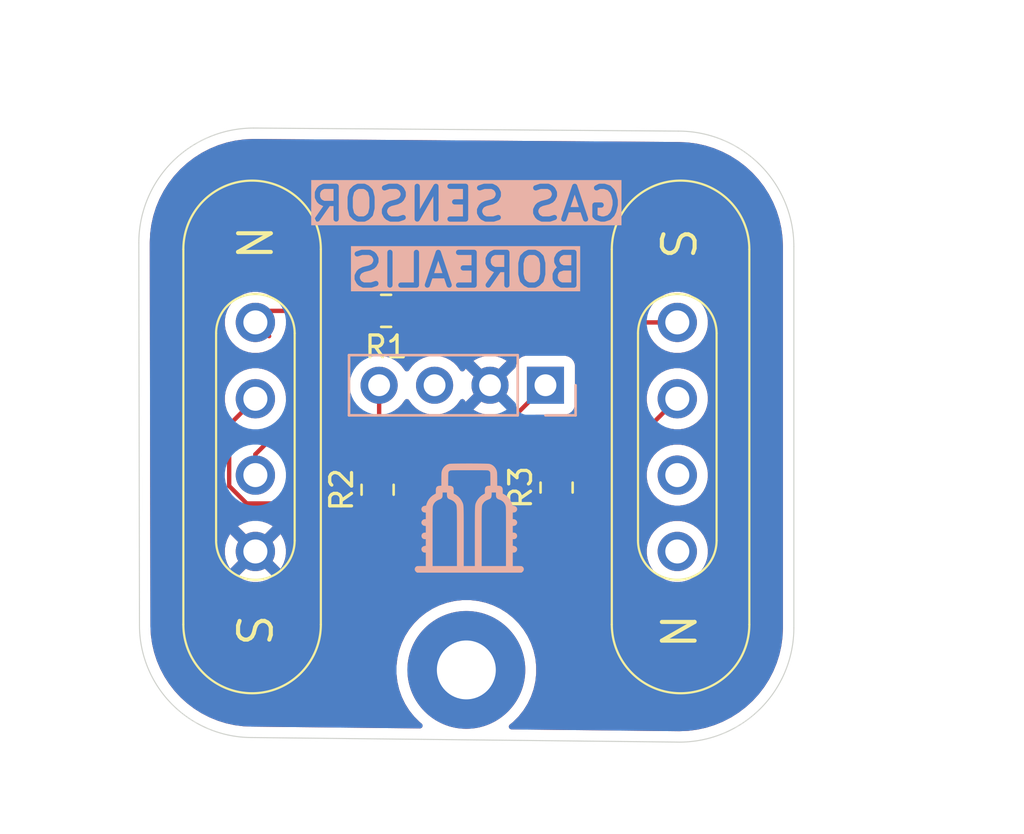
<source format=kicad_pcb>
(kicad_pcb (version 20241229) (generator "pcbnew") (generator_version "9.0")
  (layers (0 "F.Cu" signal) (2 "B.Cu" signal) (13 "F.Paste" user) (15 "B.Paste" user) (5 "F.SilkS" user "F.Silkscreen") (7 "B.SilkS" user "B.Silkscreen") (1 "F.Mask" user) (3 "B.Mask" user) (25 "Edge.Cuts" user))
  (net 0 "")
  (net 1 "/SDA")
  (net 2 "GND")
  (net 3 "+3.3V")
  (net 4 "/SCL")
  (net 5 "/ID")
  (net 6 "/ADC")
  (net 7 "+5V")
  (net 8 "Net-(J2-Pin_4)")
  (footprint "Resistor_SMD:R_0805_2012Metric" (layer "F.Cu") (at 126.41 72.97 90)
    (property "Reference" "R3" (at 0 -1.65 90) (layer "F.SilkS"))
    (property "Value" "R")
    (fp_line (start -0.227064 -0.735) (end 0.227064 -0.735) (stroke (width 0.12)) (layer "F.SilkS"))
    (fp_line (start -0.227064 0.735) (end 0.227064 0.735) (stroke (width 0.12)) (layer "F.SilkS"))
    (pad "1" smd roundrect (at -0.9125 0 90) (size 1.025 1.4) (layers "F.Cu" "F.Mask" "F.Paste") (roundrect_rratio 0.243902) (net 2 "GND"))
    (pad "2" smd roundrect (at 0.9125 0 90) (size 1.025 1.4) (layers "F.Cu" "F.Mask" "F.Paste") (roundrect_rratio 0.243902) (net 6 "/ADC"))
  )
  (footprint "batteryholder:MAGNETIC POGO CONN." (layer "F.Cu") (at 131.939998 70.649998 -90)
    (property "Reference" "U1" (hide yes))
    (property "Value" "MAGNETIC POGO CONN." (hide yes))
    (fp_line (start -8.6 3) (end 8.6 3) (stroke (width 0.1)) (layer "F.SilkS"))
    (fp_line (start -4.75 1.8) (end 4.75 1.8) (stroke (width 0.1)) (layer "F.SilkS"))
    (fp_line (start -4.75 -1.8) (end 4.75 -1.8) (stroke (width 0.1)) (layer "F.SilkS"))
    (fp_line (start -8.6 -3.3) (end 8.6 -3.3) (stroke (width 0.1)) (layer "F.SilkS"))
    (fp_arc (start -8.6 3) (mid -11.75 -0.15) (end -8.6 -3.3) (stroke (width 0.1)) (layer "F.SilkS"))
    (fp_arc (start -4.75 1.8) (mid -6.55 0) (end -4.75 -1.8) (stroke (width 0.1)) (layer "F.SilkS"))
    (fp_arc (start 4.75 -1.8) (mid 6.55 0) (end 4.75 1.8) (stroke (width 0.1)) (layer "F.SilkS"))
    (fp_arc (start 8.6 -3.3) (mid 11.75 -0.15) (end 8.6 3) (stroke (width 0.1)) (layer "F.SilkS"))
    (fp_text user "N" (at 8 0.9 270) (layer "F.SilkS") (effects (font (size 1.5 1.5) (thickness 0.1875)) (justify left bottom)))
    (fp_text user "S" (at -9.7 0.9 270) (layer "F.SilkS") (effects (font (size 1.5 1.5) (thickness 0.1875)) (justify left bottom)))
    (pad "1" thru_hole circle (at -5.25 0 270) (size 1.8 1.8) (drill 1.1) (layers "*.Cu" "*.Mask") (net 3 "+3.3V"))
    (pad "2" thru_hole circle (at -1.75 0 270) (size 1.8 1.8) (drill 1.1) (layers "*.Cu" "*.Mask") (net 6 "/ADC"))
    (pad "3" thru_hole circle (at 1.75 0 270) (size 1.8 1.8) (drill 1.1) (layers "*.Cu" "*.Mask") (net 1 "/SDA"))
    (pad "4" thru_hole circle (at 5.25 0 270) (size 1.8 1.8) (drill 1.1) (layers "*.Cu" "*.Mask") (net 4 "/SCL"))
  )
  (footprint "Resistor_SMD:R_0805_2012Metric" (layer "F.Cu") (at 118.6 64.87 180)
    (property "Reference" "R1" (at 0 -1.65 0) (layer "F.SilkS"))
    (property "Value" "R")
    (fp_line (start -0.227064 0.735) (end 0.227064 0.735) (stroke (width 0.12)) (layer "F.SilkS"))
    (fp_line (start -0.227064 -0.735) (end 0.227064 -0.735) (stroke (width 0.12)) (layer "F.SilkS"))
    (pad "1" smd roundrect (at -0.9125 0 180) (size 1.025 1.4) (layers "F.Cu" "F.Mask" "F.Paste") (roundrect_rratio 0.243902) (net 3 "+3.3V"))
    (pad "2" smd roundrect (at 0.9125 0 180) (size 1.025 1.4) (layers "F.Cu" "F.Mask" "F.Paste") (roundrect_rratio 0.243902) (net 5 "/ID"))
  )
  (footprint "MountingHole:MountingHole_2.7mm_M2.5_Pad" (layer "F.Cu") (at 122.274998 81.329998)
    (property "Reference" "H1" (hide yes))
    (property "Value" "MountingHole" (hide yes))
    (pad "1" thru_hole circle (at 0 0) (size 5.4 5.4) (drill 2.7) (layers "*.Cu" "*.Mask"))
  )
  (footprint "Resistor_SMD:R_0805_2012Metric" (layer "F.Cu") (at 118.21 73.07 90)
    (property "Reference" "R2" (at 0 -1.65 90) (layer "F.SilkS"))
    (property "Value" "R")
    (fp_line (start -0.227064 -0.735) (end 0.227064 -0.735) (stroke (width 0.12)) (layer "F.SilkS"))
    (fp_line (start -0.227064 0.735) (end 0.227064 0.735) (stroke (width 0.12)) (layer "F.SilkS"))
    (pad "1" smd roundrect (at -0.9125 0 90) (size 1.025 1.4) (layers "F.Cu" "F.Mask" "F.Paste") (roundrect_rratio 0.243902) (net 6 "/ADC"))
    (pad "2" smd roundrect (at 0.9125 0 90) (size 1.025 1.4) (layers "F.Cu" "F.Mask" "F.Paste") (roundrect_rratio 0.243902) (net 8 "Net-(J2-Pin_4)"))
  )
  (footprint "batteryholder:MAGNETIC POGO CONN." (layer "F.Cu") (at 112.609998 70.649998 90)
    (property "Reference" "U2" (hide yes))
    (property "Value" "MAGNETIC POGO CONN." (hide yes))
    (fp_line (start -8.6 -3.3) (end 8.6 -3.3) (stroke (width 0.1)) (layer "F.SilkS"))
    (fp_line (start -4.75 -1.8) (end 4.75 -1.8) (stroke (width 0.1)) (layer "F.SilkS"))
    (fp_line (start -4.75 1.8) (end 4.75 1.8) (stroke (width 0.1)) (layer "F.SilkS"))
    (fp_line (start -8.6 3) (end 8.6 3) (stroke (width 0.1)) (layer "F.SilkS"))
    (fp_arc (start 8.6 -3.3) (mid 11.75 -0.15) (end 8.6 3) (stroke (width 0.1)) (layer "F.SilkS"))
    (fp_arc (start 4.75 -1.8) (mid 6.55 0) (end 4.75 1.8) (stroke (width 0.1)) (layer "F.SilkS"))
    (fp_arc (start -4.75 1.8) (mid -6.55 0) (end -4.75 -1.8) (stroke (width 0.1)) (layer "F.SilkS"))
    (fp_arc (start -8.6 3) (mid -11.75 -0.15) (end -8.6 -3.3) (stroke (width 0.1)) (layer "F.SilkS"))
    (fp_text user "N" (at 8 0.9 90) (layer "F.SilkS") (effects (font (size 1.5 1.5) (thickness 0.1875)) (justify left bottom)))
    (fp_text user "S" (at -9.7 0.9 90) (layer "F.SilkS") (effects (font (size 1.5 1.5) (thickness 0.1875)) (justify left bottom)))
    (pad "1" thru_hole circle (at -5.25 0 90) (size 1.8 1.8) (drill 1.1) (layers "*.Cu" "*.Mask") (net 2 "GND"))
    (pad "2" thru_hole circle (at -1.75 0 90) (size 1.8 1.8) (drill 1.1) (layers "*.Cu" "*.Mask") (net 3 "+3.3V"))
    (pad "3" thru_hole circle (at 1.75 0 90) (size 1.8 1.8) (drill 1.1) (layers "*.Cu" "*.Mask") (net 7 "+5V"))
    (pad "4" thru_hole circle (at 5.25 0 90) (size 1.8 1.8) (drill 1.1) (layers "*.Cu" "*.Mask") (net 5 "/ID"))
  )
  (footprint "Connector_PinHeader_2.54mm:PinHeader_1x04_P2.54mm_Vertical" (layer "B.Cu") (at 125.9 68.28 90)
    (property "Reference" "J2" (hide yes))
    (property "Value" "Conn_01x04_Pin (MQ series sensor. 4pins (5v, gnd, DO, AO)" (hide yes))
    (fp_line (start -1.38 -9) (end 1.38 -9) (stroke (width 0.12)) (layer "B.SilkS"))
    (fp_line (start 1.38 -1.27) (end 1.38 -9) (stroke (width 0.12)) (layer "B.SilkS"))
    (fp_line (start -1.38 -1.27) (end -1.38 -9) (stroke (width 0.12)) (layer "B.SilkS"))
    (fp_line (start -1.38 -1.27) (end 1.38 -1.27) (stroke (width 0.12)) (layer "B.SilkS"))
    (fp_line (start -1.38 0) (end -1.38 1.38) (stroke (width 0.12)) (layer "B.SilkS"))
    (fp_line (start -1.38 1.38) (end 0 1.38) (stroke (width 0.12)) (layer "B.SilkS"))
    (pad "1" thru_hole rect (at 0 0 90) (size 1.7 1.7) (drill 1) (layers "*.Cu" "*.Mask") (net 7 "+5V"))
    (pad "2" thru_hole circle (at 0 -2.54 90) (size 1.7 1.7) (drill 1) (layers "*.Cu" "*.Mask") (net 2 "GND"))
    (pad "3" thru_hole circle (at 0 -5.08 90) (size 1.7 1.7) (drill 1) (layers "*.Cu" "*.Mask"))
    (pad "4" thru_hole circle (at 0 -7.62 90) (size 1.7 1.7) (drill 1) (layers "*.Cu" "*.Mask") (net 8 "Net-(J2-Pin_4)"))
  )
  (footprint "LOGO" (layer "B.Cu") (at 122.41 74.37 180)
    (property "Reference" "G***" (hide yes))
    (property "Value" "LOGO" (hide yes))
    (fp_poly (pts (xy 0.118556 2.502195) (xy 0.236428 2.5018) (xy 0.350766 2.501139) (xy 0.459797 2.500215) (xy 0.561744 2.499024) (xy 0.654835 2.497568) (xy 0.737294 2.495847) (xy 0.807346 2.493861) (xy 0.863218 2.49161) (xy 0.903134 2.489093) (xy 0.925319 2.486312) (xy 0.925544 2.48626) (xy 1.009646 2.45672) (xy 1.085892 2.410839) (xy 1.15214 2.350959) (xy 1.206247 2.279422) (xy 1.24607 2.198571) (xy 1.269467 2.11075) (xy 1.269561 2.110154) (xy 1.272206 2.083627) (xy 1.274596 2.040805) (xy 1.276636 1.984929) (xy 1.278229 1.919243) (xy 1.27928 1.846989) (xy 1.279693 1.771408) (xy 1.279695 1.767074) (xy 1.279769 1.487493) (xy 1.351828 1.482868) (xy 1.412423 1.474392) (xy 1.458044 1.456706) (xy 1.491752 1.42812) (xy 1.513537 1.393548) (xy 1.522697 1.371433) (xy 1.528672 1.347174) (xy 1.532085 1.315987) (xy 1.533558 1.273088) (xy 1.533769 1.237807) (xy 1.533769 1.123859) (xy 1.575288 1.102747) (xy 1.679886 1.039134) (xy 1.771124 0.961922) (xy 1.847995 0.872312) (xy 1.909489 0.771505) (xy 1.954599 0.660702) (xy 1.959359 0.645108) (xy 1.980777 0.572178) (xy 2.043023 0.561965) (xy 2.097154 0.548605) (xy 2.136673 0.527296) (xy 2.165805 0.495267) (xy 2.178396 0.473166) (xy 2.193995 0.432781) (xy 2.195925 0.396764) (xy 2.184255 0.356862) (xy 2.179462 0.345842) (xy 2.149461 0.300952) (xy 2.107125 0.271211) (xy 2.052483 0.256637) (xy 2.045106 0.255908) (xy 1.992923 0.251581) (xy 1.992923 0.101368) (xy 1.992923 -0.048846) (xy 2.034442 -0.049006) (xy 2.087795 -0.058452) (xy 2.134279 -0.084659) (xy 2.169764 -0.12508) (xy 2.176096 -0.136437) (xy 2.193046 -0.177841) (xy 2.196462 -0.213303) (xy 2.186449 -0.250872) (xy 2.177845 -0.270085) (xy 2.146659 -0.313633) (xy 2.102116 -0.34296) (xy 2.044149 -0.35811) (xy 2.042442 -0.358318) (xy 1.992923 -0.364183) (xy 1.992923 -0.514245) (xy 1.992923 -0.664307) (xy 2.032313 -0.664307) (xy 2.088359 -0.672623) (xy 2.134601 -0.696139) (xy 2.168766 -0.732705) (xy 2.188583 -0.780172) (xy 2.192695 -0.816018) (xy 2.184375 -0.868536) (xy 2.160124 -0.912423) (xy 2.122609 -0.945033) (xy 2.074498 -0.96372) (xy 2.040324 -0.967153) (xy 1.992923 -0.967153) (xy 1.992923 -1.116852) (xy 1.992923 -1.266551) (xy 2.053228 -1.277766) (xy 2.107987 -1.295617) (xy 2.151116 -1.325142) (xy 2.180703 -1.363733) (xy 2.194838 -1.408787) (xy 2.19161 -1.457698) (xy 2.189858 -1.464061) (xy 2.165412 -1.516858) (xy 2.128689 -1.554646) (xy 2.080621 -1.576723) (xy 2.032313 -1.582615) (xy 1.992923 -1.582615) (xy 1.992923 -1.890346) (xy 1.992923 -2.198077) (xy 2.195809 -2.198077) (xy 2.263786 -2.198148) (xy 2.315142 -2.198559) (xy 2.352792 -2.199599) (xy 2.379654 -2.201562) (xy 2.398644 -2.20474) (xy 2.412678 -2.209424) (xy 2.424673 -2.215907) (xy 2.433759 -2.221903) (xy 2.472176 -2.258307) (xy 2.494358 -2.301902) (xy 2.500444 -2.349213) (xy 2.490571 -2.39677) (xy 2.464879 -2.441099) (xy 2.423534 -2.478709) (xy 2.390572 -2.500923) (xy 0 -2.500923) (xy -2.390573 -2.500923) (xy -2.423535 -2.478709) (xy -2.4649 -2.441075) (xy -2.490583 -2.396742) (xy -2.500446 -2.349185) (xy -2.49435 -2.301874) (xy -2.472159 -2.258283) (xy -2.43376 -2.221903) (xy -2.421418 -2.213932) (xy -2.409153 -2.207972) (xy -2.394049 -2.20373) (xy -2.37319 -2.200915) (xy -2.343657 -2.199234) (xy -2.302536 -2.198396) (xy -2.246909 -2.198107) (xy -2.19581 -2.198077) (xy -1.992923 -2.198077) (xy -1.992923 -1.890346) (xy -1.992923 -1.582615) (xy -2.032314 -1.582615) (xy -2.089168 -1.574233) (xy -2.135456 -1.549554) (xy -2.170247 -1.50928) (xy -2.189859 -1.464061) (xy -2.195432 -1.414847) (xy -2.183399 -1.369158) (xy -2.15567 -1.3296) (xy -2.114158 -1.298778) (xy -2.060771 -1.279298) (xy -2.053229 -1.277766) (xy -1.992923 -1.266551) (xy -1.992923 -1.116852) (xy -1.992923 -0.967153) (xy -2.040325 -0.967153) (xy -2.093692 -0.958485) (xy -2.138126 -0.934244) (xy -2.170959 -0.897076) (xy -2.189523 -0.849628) (xy -2.189859 -0.846067) (xy -1.680308 -0.846067) (xy -1.680308 -2.198077) (xy -1.123462 -2.198077) (xy -0.566616 -2.198077) (xy -0.566616 -0.844099) (xy -0.566595 -0.650372) (xy -0.566564 -0.475188) (xy -0.566565 -0.31755) (xy -0.566645 -0.176463) (xy -0.566845 -0.050932) (xy -0.567213 0.06004) (xy -0.56779 0.157449) (xy -0.568623 0.242289) (xy -0.569755 0.315558) (xy -0.57123 0.37825) (xy -0.573093 0.431362) (xy -0.575389 0.47589) (xy -0.578161 0.512828) (xy -0.581454 0.543174) (xy -0.585312 0.567922) (xy -0.58978 0.588069) (xy -0.594902 0.60461) (xy -0.600722 0.618541) (xy -0.607285 0.630858) (xy -0.614635 0.642557) (xy -0.622816 0.654633) (xy -0.631873 0.668083) (xy -0.634108 0.671512) (xy -0.670261 0.720439) (xy -0.711588 0.761386) (xy -0.761564 0.796768) (xy -0.823663 0.829004) (xy -0.90136 0.860509) (xy -0.910703 0.863923) (xy -0.954671 0.885754) (xy -0.986986 0.916423) (xy -1.008815 0.958242) (xy -1.021325 1.01352) (xy -1.025683 1.084569) (xy -1.025715 1.091712) (xy -1.02577 1.172308) (xy -1.123462 1.172308) (xy -1.221154 1.172308) (xy -1.221262 1.096597) (xy -1.222539 1.037542) (xy -1.226877 0.993487) (xy -1.235329 0.959998) (xy -1.248947 0.932639) (xy -1.265292 0.910981) (xy -1.296781 0.882079) (xy -1.336944 0.861739) (xy -1.354432 0.855757) (xy -1.447442 0.818468) (xy -1.524764 0.769682) (xy -1.58673 0.709087) (xy -1.63367 0.636374) (xy -1.661014 0.568029) (xy -1.66372 0.558909) (xy -1.66616 0.549179) (xy -1.668349 0.537835) (xy -1.6703 0.523874) (xy -1.672026 0.506291) (xy -1.673542 0.484083) (xy -1.67486 0.456247) (xy -1.675996 0.421778) (xy -1.676962 0.379672) (xy -1.677771 0.328927) (xy -1.678439 0.268538) (xy -1.678978 0.197502) (xy -1.679402 0.114815) (xy -1.679726 0.019473) (xy -1.679961 -0.089528) (xy -1.680123 -0.213191) (xy -1.680225 -0.35252) (xy -1.680281 -0.508518) (xy -1.680304 -0.68219) (xy -1.680308 -0.846067) (xy -2.189859 -0.846067) (xy -2.192696 -0.816018) (xy -2.183472 -0.762594) (xy -2.158418 -0.718667) (xy -2.119803 -0.686388) (xy -2.069901 -0.667905) (xy -2.032314 -0.664307) (xy -1.992923 -0.664307) (xy -1.992923 -0.514245) (xy -1.992923 -0.364183) (xy -2.042443 -0.358318) (xy -2.100764 -0.34354) (xy -2.145659 -0.314586) (xy -2.177196 -0.271413) (xy -2.177846 -0.270085) (xy -2.193717 -0.229052) (xy -2.196205 -0.193657) (xy -2.185206 -0.15585) (xy -2.176097 -0.136437) (xy -2.143816 -0.093028) (xy -2.09956 -0.06323) (xy -2.047458 -0.049591) (xy -2.034443 -0.049006) (xy -1.992923 -0.048846) (xy -1.992923 0.101368) (xy -1.992924 0.251581) (xy -2.045107 0.255908) (xy -2.101223 0.268663) (xy -2.145036 0.296587) (xy -2.176518 0.339661) (xy -2.179463 0.345842) (xy -2.194371 0.387893) (xy -2.195697 0.424088) (xy -2.18337 0.462679) (xy -2.178397 0.473166) (xy -2.153032 0.511952) (xy -2.119507 0.538557) (xy -2.073593 0.555754) (xy -2.043024 0.561965) (xy -1.980778 0.572178) (xy -1.95936 0.645108) (xy -1.91653 0.757163) (xy -1.85718 0.859384) (xy -1.782318 0.95057) (xy -1.692953 1.029518) (xy -1.590092 1.095029) (xy -1.575289 1.102747) (xy -1.53377 1.123859) (xy -1.53377 1.237807) (xy -1.533203 1.290565) (xy -1.531087 1.328591) (xy -1.526802 1.356668) (xy -1.519725 1.37958) (xy -1.513538 1.393548) (xy -1.487626 1.432854) (xy -1.45243 1.459808) (xy -1.404891 1.476099) (xy -1.351828 1.482868) (xy -1.27977 1.487493) (xy -1.27977 1.487543) (xy -0.967933 1.487543) (xy -0.895367 1.482886) (xy -0.835699 1.474943) (xy -0.790845 1.458654) (xy -0.757198 1.432179) (xy -0.735301 1.401341) (xy -0.72589 1.382595) (xy -0.719607 1.362876) (xy -0.715833 1.337731) (xy -0.71395 1.30271) (xy -0.713337 1.25336) (xy -0.713315 1.2433) (xy -0.713154 1.123791) (xy -0.662271 1.098006) (xy -0.564845 1.038037) (xy -0.476563 0.962531) (xy -0.400086 0.874384) (xy -0.338075 0.776492) (xy -0.308399 0.713007) (xy -0.300994 0.694814) (xy -0.294294 0.67774) (xy -0.288263 0.66077) (xy -0.282866 0.64289) (xy -0.278067 0.623085) (xy -0.273831 0.600341) (xy -0.270124 0.573643) (xy -0.266911 0.541977) (xy -0.264155 0.504327) (xy -0.261822 0.459679) (xy -0.259876 0.40702) (xy -0.258283 0.345333) (xy -0.257007 0.273605) (xy -0.256013 0.190821) (xy -0.255266 0.095966) (xy -0.254731 -0.011974) (xy -0.254372 -0.134013) (xy -0.254155 -0.271168) (xy -0.254044 -0.424451) (xy -0.254004 -0.594877) (xy -0.254 -0.783462) (xy -0.254 -0.856087) (xy -0.254 -2.198077) (xy 0 -2.198077) (xy 0.254 -2.198077) (xy 0.254 -0.856087) (xy 0.253999 -0.660708) (xy 0.254022 -0.483853) (xy 0.254046 -0.437017) (xy 0.566559 -0.437017) (xy 0.566587 -0.608035) (xy 0.566614 -0.797363) (xy 0.566615 -0.844099) (xy 0.566615 -2.198077) (xy 1.123461 -2.198077) (xy 1.680307 -2.198077) (xy 1.680307 -0.846067) (xy 1.680301 -0.656429) (xy 1.680275 -0.485327) (xy 1.680213 -0.331755) (xy 1.680104 -0.19471) (xy 1.679932 -0.073189) (xy 1.679685 0.033812) (xy 1.679348 0.127297) (xy 1.678908 0.20827) (xy 1.678352 0.277734) (xy 1.677665 0.336693) (xy 1.676833 0.386151) (xy 1.675844 0.427111) (xy 1.674684 0.460578) (xy 1.673338 0.487554) (xy 1.671793 0.509045) (xy 1.670036 0.526052) (xy 1.668052 0.539581) (xy 1.665829 0.550635) (xy 1.663351 0.560217) (xy 1.661013 0.568029) (xy 1.626057 0.650836) (xy 1.576346 0.721271) (xy 1.511548 0.779645) (xy 1.431332 0.826268) (xy 1.354431 0.855757) (xy 1.309372 0.874278) (xy 1.27577 0.899637) (xy 1.265291 0.910981) (xy 1.246478 0.936616) (xy 1.233722 0.964628) (xy 1.225969 0.999451) (xy 1.222169 1.045519) (xy 1.221261 1.096597) (xy 1.221153 1.172308) (xy 1.123461 1.172308) (xy 1.025769 1.172308) (xy 1.025714 1.091712) (xy 1.022024 1.019152) (xy 1.010284 0.962568) (xy 0.989329 0.919649) (xy 0.957991 0.888084) (xy 0.915105 0.865562) (xy 0.910703 0.863923) (xy 0.831139 0.832354) (xy 0.767543 0.800311) (xy 0.71644 0.765379) (xy 0.674357 0.725141) (xy 0.637818 0.677179) (xy 0.634108 0.671512) (xy 0.624841 0.657601) (xy 0.61646 0.645294) (xy 0.608921 0.633596) (xy 0.602179 0.621511) (xy 0.59619 0.608044) (xy 0.59091 0.592199) (xy 0.586294 0.572979) (xy 0.582298 0.549389) (xy 0.578877 0.520433) (xy 0.575988 0.485116) (xy 0.573586 0.442442) (xy 0.571626 0.391414) (xy 0.570064 0.331037) (xy 0.568857 0.260316) (xy 0.567959 0.178254) (xy 0.567326 0.083855) (xy 0.566914 -0.023875) (xy 0.566678 -0.145934) (xy 0.566574 -0.283316) (xy 0.566559 -0.437017) (xy 0.254046 -0.437017) (xy 0.254104 -0.324507) (xy 0.254279 -0.181656) (xy 0.254582 -0.054286) (xy 0.25505 0.05862) (xy 0.255716 0.158074) (xy 0.256617 0.245092) (xy 0.257787 0.320689) (xy 0.259262 0.385878) (xy 0.261077 0.441674) (xy 0.263266 0.489093) (xy 0.265865 0.529148) (xy 0.26891 0.562854) (xy 0.272435 0.591226) (xy 0.276476 0.615279) (xy 0.281068 0.636026) (xy 0.286245 0.654483) (xy 0.292044 0.671664) (xy 0.298499 0.688584) (xy 0.305646 0.706257) (xy 0.308398 0.713007) (xy 0.360241 0.815436) (xy 0.428179 0.909892) (xy 0.509551 0.993479) (xy 0.601696 1.063302) (xy 0.66227 1.098006) (xy 0.713153 1.123791) (xy 0.713314 1.2433) (xy 0.713773 1.295507) (xy 0.715399 1.332634) (xy 0.71881 1.359134) (xy 0.724626 1.379457) (xy 0.733466 1.398054) (xy 0.7353 1.401341) (xy 0.762416 1.43761) (xy 0.797758 1.462176) (xy 0.844935 1.476878) (xy 0.895366 1.482886) (xy 0.967932 1.487543) (xy 0.9651 1.793266) (xy 0.964257 1.878797) (xy 0.963381 1.946996) (xy 0.962319 2.000067) (xy 0.960916 2.040216) (xy 0.959017 2.069647) (xy 0.956466 2.090566) (xy 0.95311 2.105177) (xy 0.948794 2.115686) (xy 0.943362 2.124299) (xy 0.941709 2.126552) (xy 0.91869 2.15066) (xy 0.890351 2.172219) (xy 0.887978 2.173654) (xy 0.881793 2.177056) (xy 0.874694 2.180037) (xy 0.865428 2.182627) (xy 0.852742 2.184853) (xy 0.835381 2.186742) (xy 0.812092 2.188323) (xy 0.781623 2.189621) (xy 0.742719 2.190666) (xy 0.694127 2.191484) (xy 0.634593 2.192104) (xy 0.562865 2.192552) (xy 0.477689 2.192857) (xy 0.377811 2.193046) (xy 0.261978 2.193147) (xy 0.128936 2.193186) (xy 0 2.193193) (xy -0.14882 2.193183) (xy -0.279356 2.193137) (xy -0.392859 2.193026) (xy -0.490584 2.192822) (xy -0.573785 2.192498) (xy -0.643715 2.192027) (xy -0.701626 2.191381) (xy -0.748774 2.190533) (xy -0.78641 2.189454) (xy -0.815789 2.188117) (xy -0.838164 2.186495) (xy -0.854789 2.18456) (xy -0.866917 2.182284) (xy -0.875801 2.179641) (xy -0.882694 2.176601) (xy -0.887979 2.173654) (xy -0.916191 2.152851) (xy -0.940189 2.12853) (xy -0.94171 2.126552) (xy -0.947464 2.118073) (xy -0.952063 2.108284) (xy -0.955659 2.094979) (xy -0.958409 2.075955) (xy -0.960466 2.049005) (xy -0.961986 2.011924) (xy -0.963124 1.962508) (xy -0.964034 1.89855) (xy -0.964871 1.817847) (xy -0.965101 1.793266) (xy -0.967933 1.487543) (xy -1.27977 1.487543) (xy -1.279696 1.767074) (xy -1.279322 1.842746) (xy -1.278305 1.915277) (xy -1.27674 1.981424) (xy -1.274724 2.037945) (xy -1.272351 2.081597) (xy -1.269718 2.109138) (xy -1.269562 2.110154) (xy -1.246281 2.198014) (xy -1.206559 2.278918) (xy -1.152539 2.350524) (xy -1.086364 2.410489) (xy -1.010176 2.45647) (xy -0.926119 2.486124) (xy -0.925545 2.48626) (xy -0.903693 2.489046) (xy -0.864079 2.491567) (xy -0.808478 2.493823) (xy -0.738664 2.495814) (xy -0.656412 2.49754) (xy -0.563496 2.499) (xy -0.461691 2.500196) (xy -0.352772 2.501125) (xy -0.238513 2.50179) (xy -0.120689 2.50219) (xy -0.001074 2.502325)) (fill yes) (layer "B.SilkS"))
  )
  (gr_line (start 107.269998 61.749998) (end 107.299999 79.339998) (stroke (width 0.05)) (layer "Edge.Cuts"))
  (gr_arc (start 112.459396 84.430339) (mid 108.83277 82.946299) (end 107.299998 79.339998) (stroke (width 0.05)) (layer "Edge.Cuts"))
  (gr_arc (start 107.269998 61.749998) (mid 108.810616 58.030616) (end 112.529998 56.489998) (stroke (width 0.05)) (layer "Edge.Cuts"))
  (gr_arc (start 131.989998 56.629998) (mid 135.730593 58.179403) (end 137.279998 61.919998) (stroke (width 0.05)) (layer "Edge.Cuts"))
  (gr_line (start 131.989998 56.629998) (end 112.529998 56.489998) (stroke (width 0.05)) (layer "Edge.Cuts"))
  (gr_line (start 137.279998 79.399998) (end 137.279998 61.919998) (stroke (width 0.05)) (layer "Edge.Cuts"))
  (gr_arc (start 137.279998 79.399998) (mid 135.745238 83.105238) (end 132.039998 84.639998) (stroke (width 0.05)) (layer "Edge.Cuts"))
  (gr_line (start 112.459396 84.430339) (end 132.039998 84.639998) (stroke (width 0.05)) (layer "Edge.Cuts"))
  (gr_text "BOREALIS" (at 122.274998 62.129998 0) (layer "B.SilkS" knockout) (effects (font (size 1.5 1.5) (thickness 0.24) (bold yes)) (justify top mirror)))
  (gr_text "GAS SENSOR" (at 122.274998 59.979998 0) (layer "B.SilkS" knockout) (effects (font (size 1.5 1.5) (thickness 0.24) (bold yes)) (justify mirror)))
  (segment (start 112.609998 71.446162) (end 119.18616 64.87) (width 0.2) (layer "F.Cu") (net 3))
  (segment (start 112.609998 72.399998) (end 112.609998 71.446162) (width 0.2) (layer "F.Cu") (net 3))
  (segment (start 119.18616 64.87) (end 119.5125 64.87) (width 0.2) (layer "F.Cu") (net 3))
  (segment (start 119.5125 64.87) (end 119.6 64.87) (width 0.2) (layer "F.Cu") (net 3))
  (segment (start 119.6 64.87) (end 120.129998 65.399998) (width 0.2) (layer "F.Cu") (net 3))
  (segment (start 120.129998 65.399998) (end 131.939998 65.399998) (width 0.2) (layer "F.Cu") (net 3))
  (segment (start 117.6875 64.87) (end 113.139996 64.87) (width 0.2) (layer "F.Cu") (net 5))
  (segment (start 113.239998 66.029998) (end 112.609998 65.399998) (width 0.2) (layer "F.Cu") (net 5))
  (segment (start 113.139996 64.87) (end 112.609998 65.399998) (width 0.2) (layer "F.Cu") (net 5))
  (segment (start 124.485 73.9825) (end 126.41 72.0575) (width 0.2) (layer "F.Cu") (net 6))
  (segment (start 128.782496 72.0575) (end 131.939998 68.899998) (width 0.2) (layer "F.Cu") (net 6))
  (segment (start 126.41 72.0575) (end 128.782496 72.0575) (width 0.2) (layer "F.Cu") (net 6))
  (segment (start 118.21 73.9825) (end 124.485 73.9825) (width 0.2) (layer "F.Cu") (net 6))
  (segment (start 111.408998 72.897469) (end 112.211529 73.7) (width 0.2) (layer "F.Cu") (net 7))
  (segment (start 111.408998 70.100998) (end 111.408998 72.897469) (width 0.2) (layer "F.Cu") (net 7))
  (segment (start 116.99384 73.7) (end 117.72284 72.971) (width 0.2) (layer "F.Cu") (net 7))
  (segment (start 112.211529 73.7) (end 116.99384 73.7) (width 0.2) (layer "F.Cu") (net 7))
  (segment (start 121.209 72.971) (end 125.9 68.28) (width 0.2) (layer "F.Cu") (net 7))
  (segment (start 117.72284 72.971) (end 121.209 72.971) (width 0.2) (layer "F.Cu") (net 7))
  (segment (start 112.609998 68.899998) (end 111.408998 70.100998) (width 0.2) (layer "F.Cu") (net 7))
  (segment (start 118.28 68.28) (end 118.28 72.0875) (width 0.2) (layer "F.Cu") (net 8))
  (segment (start 118.28 72.0875) (end 118.21 72.1575) (width 0.2) (layer "F.Cu") (net 8))
  (zone (net 2) (net_name "GND") (layers "F.Cu" "B.Cu") (connect_pads (clearance 0.5)) (min_thickness 0.25) (fill yes (thermal_gap 0.5) (thermal_bridge_width 0.5))
    (polygon (pts (xy 100.91 51.83) (xy 146.88 50.62) (xy 147.84 88.62) (xy 103.01 88.86)))
  )
)
</source>
